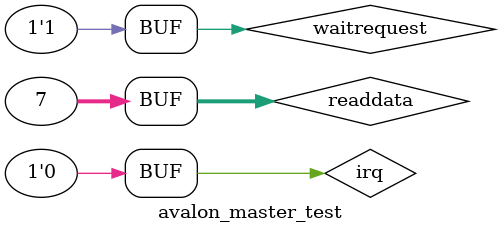
<source format=sv>
`timescale 1 ns / 1 ps

module avalon_master_test;

    logic clock, chipselect, address, read_n, write_n, waitrequest, irq;
    logic [31:0] readdata;
    logic [15:0] instruction;

    clock_generator GCLOCK(clock);

    avalon_master avm0(
        .clock_n_in(clock),
        .readdata_in(readdata),
        .waitrequest_in(waitrequest),
        .irq_in(irq),
        .chipselect_out(chipselect),
        .address_out(address),
        .read_n_out(read_n),
        .write_n_out(write_n),
        .ready_out(ready),
        .instruction_out(instruction)
    );

    initial 
    begin
        irq = 1'b0; waitrequest = 1'b1;
        readdata = 32'h00000000;
        #4;

        waitrequest = 1'b0;
        #2;

        irq = 1'b1; waitrequest = 1'b1;
        #2;

        readdata = 32'h0003000A;
        waitrequest = 1'b0;
        #2;

        waitrequest = 1'b1;
        #2;

        readdata = 32'h00020009;
        waitrequest = 1'b0;
        #2;

        waitrequest = 1'b1;
        #2;

        readdata = 32'h00010008;
        waitrequest = 1'b0;
        #2;

        waitrequest = 1'b1;
        #2;

        readdata = 32'h00000007;
        waitrequest = 1'b0;
        #2;

        waitrequest = 1'b1;
        irq = 1'b0;
        #2;


    end

endmodule
</source>
